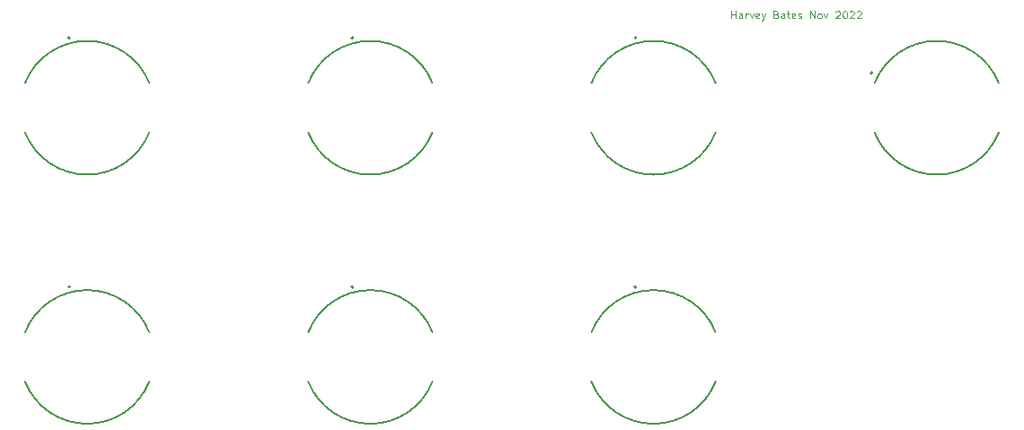
<source format=gbr>
%TF.GenerationSoftware,KiCad,Pcbnew,(6.0.7-1)-1*%
%TF.CreationDate,2022-11-03T21:10:23+11:00*%
%TF.ProjectId,case-connector,63617365-2d63-46f6-9e6e-6563746f722e,rev?*%
%TF.SameCoordinates,Original*%
%TF.FileFunction,Legend,Top*%
%TF.FilePolarity,Positive*%
%FSLAX46Y46*%
G04 Gerber Fmt 4.6, Leading zero omitted, Abs format (unit mm)*
G04 Created by KiCad (PCBNEW (6.0.7-1)-1) date 2022-11-03 21:10:23*
%MOMM*%
%LPD*%
G01*
G04 APERTURE LIST*
%ADD10C,0.100000*%
%ADD11C,0.127000*%
%ADD12C,0.200000*%
G04 APERTURE END LIST*
D10*
X131650000Y-53566666D02*
X131650000Y-52866666D01*
X131650000Y-53200000D02*
X132050000Y-53200000D01*
X132050000Y-53566666D02*
X132050000Y-52866666D01*
X132683333Y-53566666D02*
X132683333Y-53200000D01*
X132650000Y-53133333D01*
X132583333Y-53100000D01*
X132450000Y-53100000D01*
X132383333Y-53133333D01*
X132683333Y-53533333D02*
X132616666Y-53566666D01*
X132450000Y-53566666D01*
X132383333Y-53533333D01*
X132350000Y-53466666D01*
X132350000Y-53400000D01*
X132383333Y-53333333D01*
X132450000Y-53300000D01*
X132616666Y-53300000D01*
X132683333Y-53266666D01*
X133016666Y-53566666D02*
X133016666Y-53100000D01*
X133016666Y-53233333D02*
X133050000Y-53166666D01*
X133083333Y-53133333D01*
X133150000Y-53100000D01*
X133216666Y-53100000D01*
X133383333Y-53100000D02*
X133550000Y-53566666D01*
X133716666Y-53100000D01*
X134250000Y-53533333D02*
X134183333Y-53566666D01*
X134050000Y-53566666D01*
X133983333Y-53533333D01*
X133950000Y-53466666D01*
X133950000Y-53200000D01*
X133983333Y-53133333D01*
X134050000Y-53100000D01*
X134183333Y-53100000D01*
X134250000Y-53133333D01*
X134283333Y-53200000D01*
X134283333Y-53266666D01*
X133950000Y-53333333D01*
X134516666Y-53100000D02*
X134683333Y-53566666D01*
X134850000Y-53100000D02*
X134683333Y-53566666D01*
X134616666Y-53733333D01*
X134583333Y-53766666D01*
X134516666Y-53800000D01*
X135883333Y-53200000D02*
X135983333Y-53233333D01*
X136016666Y-53266666D01*
X136050000Y-53333333D01*
X136050000Y-53433333D01*
X136016666Y-53500000D01*
X135983333Y-53533333D01*
X135916666Y-53566666D01*
X135650000Y-53566666D01*
X135650000Y-52866666D01*
X135883333Y-52866666D01*
X135950000Y-52900000D01*
X135983333Y-52933333D01*
X136016666Y-53000000D01*
X136016666Y-53066666D01*
X135983333Y-53133333D01*
X135950000Y-53166666D01*
X135883333Y-53200000D01*
X135650000Y-53200000D01*
X136650000Y-53566666D02*
X136650000Y-53200000D01*
X136616666Y-53133333D01*
X136550000Y-53100000D01*
X136416666Y-53100000D01*
X136350000Y-53133333D01*
X136650000Y-53533333D02*
X136583333Y-53566666D01*
X136416666Y-53566666D01*
X136350000Y-53533333D01*
X136316666Y-53466666D01*
X136316666Y-53400000D01*
X136350000Y-53333333D01*
X136416666Y-53300000D01*
X136583333Y-53300000D01*
X136650000Y-53266666D01*
X136883333Y-53100000D02*
X137150000Y-53100000D01*
X136983333Y-52866666D02*
X136983333Y-53466666D01*
X137016666Y-53533333D01*
X137083333Y-53566666D01*
X137150000Y-53566666D01*
X137650000Y-53533333D02*
X137583333Y-53566666D01*
X137450000Y-53566666D01*
X137383333Y-53533333D01*
X137350000Y-53466666D01*
X137350000Y-53200000D01*
X137383333Y-53133333D01*
X137450000Y-53100000D01*
X137583333Y-53100000D01*
X137650000Y-53133333D01*
X137683333Y-53200000D01*
X137683333Y-53266666D01*
X137350000Y-53333333D01*
X137950000Y-53533333D02*
X138016666Y-53566666D01*
X138150000Y-53566666D01*
X138216666Y-53533333D01*
X138250000Y-53466666D01*
X138250000Y-53433333D01*
X138216666Y-53366666D01*
X138150000Y-53333333D01*
X138050000Y-53333333D01*
X137983333Y-53300000D01*
X137950000Y-53233333D01*
X137950000Y-53200000D01*
X137983333Y-53133333D01*
X138050000Y-53100000D01*
X138150000Y-53100000D01*
X138216666Y-53133333D01*
X139083333Y-53566666D02*
X139083333Y-52866666D01*
X139483333Y-53566666D01*
X139483333Y-52866666D01*
X139916666Y-53566666D02*
X139850000Y-53533333D01*
X139816666Y-53500000D01*
X139783333Y-53433333D01*
X139783333Y-53233333D01*
X139816666Y-53166666D01*
X139850000Y-53133333D01*
X139916666Y-53100000D01*
X140016666Y-53100000D01*
X140083333Y-53133333D01*
X140116666Y-53166666D01*
X140150000Y-53233333D01*
X140150000Y-53433333D01*
X140116666Y-53500000D01*
X140083333Y-53533333D01*
X140016666Y-53566666D01*
X139916666Y-53566666D01*
X140383333Y-53100000D02*
X140550000Y-53566666D01*
X140716666Y-53100000D01*
X141483333Y-52933333D02*
X141516666Y-52900000D01*
X141583333Y-52866666D01*
X141750000Y-52866666D01*
X141816666Y-52900000D01*
X141850000Y-52933333D01*
X141883333Y-53000000D01*
X141883333Y-53066666D01*
X141850000Y-53166666D01*
X141450000Y-53566666D01*
X141883333Y-53566666D01*
X142316666Y-52866666D02*
X142383333Y-52866666D01*
X142450000Y-52900000D01*
X142483333Y-52933333D01*
X142516666Y-53000000D01*
X142550000Y-53133333D01*
X142550000Y-53300000D01*
X142516666Y-53433333D01*
X142483333Y-53500000D01*
X142450000Y-53533333D01*
X142383333Y-53566666D01*
X142316666Y-53566666D01*
X142250000Y-53533333D01*
X142216666Y-53500000D01*
X142183333Y-53433333D01*
X142150000Y-53300000D01*
X142150000Y-53133333D01*
X142183333Y-53000000D01*
X142216666Y-52933333D01*
X142250000Y-52900000D01*
X142316666Y-52866666D01*
X142816666Y-52933333D02*
X142850000Y-52900000D01*
X142916666Y-52866666D01*
X143083333Y-52866666D01*
X143150000Y-52900000D01*
X143183333Y-52933333D01*
X143216666Y-53000000D01*
X143216666Y-53066666D01*
X143183333Y-53166666D01*
X142783333Y-53566666D01*
X143216666Y-53566666D01*
X143483333Y-52933333D02*
X143516666Y-52900000D01*
X143583333Y-52866666D01*
X143750000Y-52866666D01*
X143816666Y-52900000D01*
X143850000Y-52933333D01*
X143883333Y-53000000D01*
X143883333Y-53066666D01*
X143850000Y-53166666D01*
X143450000Y-53566666D01*
X143883333Y-53566666D01*
D11*
%TO.C,J7*%
X76777000Y-59673000D02*
G75*
G03*
X65073000Y-59673001I-5852000J-2316971D01*
G01*
X65073000Y-64327000D02*
G75*
G03*
X76777000Y-64326999I5852000J2316971D01*
G01*
D12*
X69325000Y-55405000D02*
G75*
G03*
X69325000Y-55405000I-100000J0D01*
G01*
X69325000Y-55405000D02*
G75*
G03*
X69325000Y-55405000I-100000J0D01*
G01*
%TO.C,J6*%
X96016666Y-78905000D02*
G75*
G03*
X96016666Y-78905000I-100000J0D01*
G01*
X96016666Y-78905000D02*
G75*
G03*
X96016666Y-78905000I-100000J0D01*
G01*
D11*
X91764666Y-87827000D02*
G75*
G03*
X103468666Y-87826999I5852000J2316971D01*
G01*
X103468666Y-83173000D02*
G75*
G03*
X91764666Y-83173001I-5852000J-2316971D01*
G01*
D12*
%TO.C,J5*%
X96016666Y-55405000D02*
G75*
G03*
X96016666Y-55405000I-100000J0D01*
G01*
X96016666Y-55405000D02*
G75*
G03*
X96016666Y-55405000I-100000J0D01*
G01*
D11*
X91764666Y-64327000D02*
G75*
G03*
X103468666Y-64326999I5852000J2316971D01*
G01*
X103468666Y-59673000D02*
G75*
G03*
X91764666Y-59673001I-5852000J-2316971D01*
G01*
D12*
%TO.C,J4*%
X144955000Y-58707000D02*
G75*
G03*
X144955000Y-58707000I-100000J0D01*
G01*
D11*
X145148000Y-64327000D02*
G75*
G03*
X156852000Y-64326999I5852000J2316971D01*
G01*
X156852000Y-59673000D02*
G75*
G03*
X145148000Y-59673001I-5852000J-2316971D01*
G01*
%TO.C,J3*%
X130160332Y-59673000D02*
G75*
G03*
X118456332Y-59673001I-5852000J-2316971D01*
G01*
X118456332Y-64327000D02*
G75*
G03*
X130160332Y-64326999I5852000J2316971D01*
G01*
D12*
X122708332Y-55405000D02*
G75*
G03*
X122708332Y-55405000I-100000J0D01*
G01*
X122708332Y-55405000D02*
G75*
G03*
X122708332Y-55405000I-100000J0D01*
G01*
D11*
%TO.C,J2*%
X76777000Y-83173000D02*
G75*
G03*
X65073000Y-83173001I-5852000J-2316971D01*
G01*
X65073000Y-87827000D02*
G75*
G03*
X76777000Y-87826999I5852000J2316971D01*
G01*
D12*
X69325000Y-78905000D02*
G75*
G03*
X69325000Y-78905000I-100000J0D01*
G01*
X69325000Y-78905000D02*
G75*
G03*
X69325000Y-78905000I-100000J0D01*
G01*
%TO.C,J1*%
X122708332Y-78905000D02*
G75*
G03*
X122708332Y-78905000I-100000J0D01*
G01*
X122708332Y-78905000D02*
G75*
G03*
X122708332Y-78905000I-100000J0D01*
G01*
D11*
X118456332Y-87827000D02*
G75*
G03*
X130160332Y-87826999I5852000J2316971D01*
G01*
X130160332Y-83173000D02*
G75*
G03*
X118456332Y-83173001I-5852000J-2316971D01*
G01*
%TD*%
M02*

</source>
